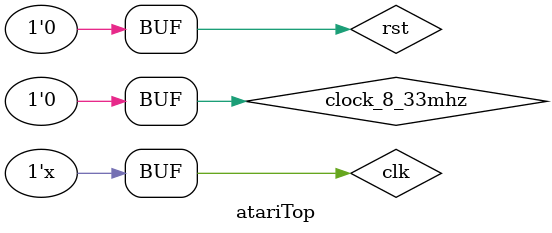
<source format=v>
`timescale 1ns / 1ps


module atariTop(
    );
 wire clock_8_33mhz = 0;
 wire locked;
 reg clk = 0;
 reg rst;
 wire phi_1;
 wire phi_2;
 
 clk_wiz_0 clk0
 (
  // Clock out ports
   .clk_out1(clk_8_33mhz),
  .reset(rst),
  .locked(locked),
  .clk_in1(clk)
 );
 
 clk_divider clk_phi1  
 (
   .phi0(clk_8_33mhz),
   .rst(rst),
   .phi_1(phi_1),
   .phi_2(phi_2)
    );
    
 

  
 
 
 
always begin 
#5 clk = ~clk;
end  
initial begin 
rst = 1;
#200 
rst = 0;
end
endmodule

</source>
